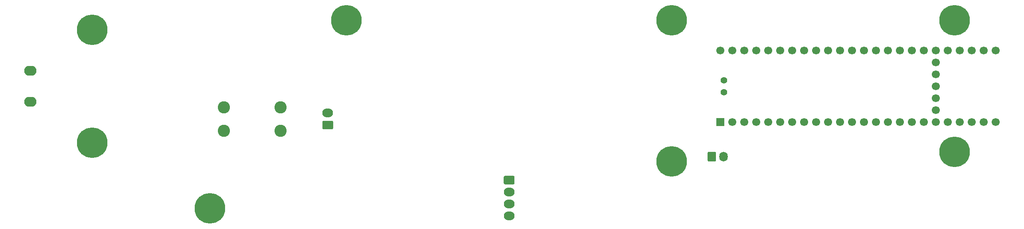
<source format=gbs>
G04 #@! TF.GenerationSoftware,KiCad,Pcbnew,(5.1.6-0-10_14)*
G04 #@! TF.CreationDate,2020-11-25T02:11:22-05:00*
G04 #@! TF.ProjectId,power board,706f7765-7220-4626-9f61-72642e6b6963,0.1.0*
G04 #@! TF.SameCoordinates,Original*
G04 #@! TF.FileFunction,Soldermask,Bot*
G04 #@! TF.FilePolarity,Negative*
%FSLAX46Y46*%
G04 Gerber Fmt 4.6, Leading zero omitted, Abs format (unit mm)*
G04 Created by KiCad (PCBNEW (5.1.6-0-10_14)) date 2020-11-25 02:11:22*
%MOMM*%
%LPD*%
G01*
G04 APERTURE LIST*
%ADD10C,1.400000*%
%ADD11C,1.700000*%
%ADD12R,1.700000X1.700000*%
%ADD13C,6.500000*%
%ADD14O,1.800000X2.100000*%
%ADD15O,2.290000X1.840000*%
%ADD16O,2.600000X2.100000*%
%ADD17C,2.600000*%
G04 APERTURE END LIST*
D10*
G04 #@! TO.C,U1*
X174020000Y-103730000D03*
X174020000Y-106270000D03*
D11*
X219010000Y-99920000D03*
X219010000Y-102460000D03*
X219010000Y-105000000D03*
X219010000Y-107540000D03*
X219010000Y-110080000D03*
X213930000Y-112620000D03*
X216470000Y-112620000D03*
X219010000Y-112620000D03*
X221550000Y-112620000D03*
X211390000Y-112620000D03*
X208850000Y-112620000D03*
X206310000Y-112620000D03*
X224090000Y-112620000D03*
X226630000Y-112620000D03*
X229170000Y-112620000D03*
X231710000Y-112620000D03*
X231710000Y-97380000D03*
X229170000Y-97380000D03*
X226630000Y-97380000D03*
X224090000Y-97380000D03*
X221550000Y-97380000D03*
X219010000Y-97380000D03*
X216470000Y-97380000D03*
X213930000Y-97380000D03*
X211390000Y-97380000D03*
X208850000Y-97380000D03*
X203770000Y-112620000D03*
X201230000Y-112620000D03*
X198690000Y-112620000D03*
X196150000Y-112620000D03*
X193610000Y-112620000D03*
X191070000Y-112620000D03*
X188530000Y-112620000D03*
X185990000Y-112620000D03*
X183450000Y-112620000D03*
X180910000Y-112620000D03*
X178370000Y-112620000D03*
X175830000Y-112620000D03*
D12*
X173290000Y-112620000D03*
D11*
X206310000Y-97380000D03*
X203770000Y-97380000D03*
X201230000Y-97380000D03*
X198690000Y-97380000D03*
X196150000Y-97380000D03*
X193610000Y-97380000D03*
X191070000Y-97380000D03*
X188530000Y-97380000D03*
X185990000Y-97380000D03*
X183450000Y-97380000D03*
X180910000Y-97380000D03*
X178370000Y-97380000D03*
X175830000Y-97380000D03*
X173290000Y-97380000D03*
G04 #@! TD*
D13*
G04 #@! TO.C,H4*
X65000000Y-131000000D03*
G04 #@! TD*
D14*
G04 #@! TO.C,J4*
X174000000Y-120000000D03*
G36*
G01*
X170600000Y-120785294D02*
X170600000Y-119214706D01*
G75*
G02*
X170864706Y-118950000I264706J0D01*
G01*
X172135294Y-118950000D01*
G75*
G02*
X172400000Y-119214706I0J-264706D01*
G01*
X172400000Y-120785294D01*
G75*
G02*
X172135294Y-121050000I-264706J0D01*
G01*
X170864706Y-121050000D01*
G75*
G02*
X170600000Y-120785294I0J264706D01*
G01*
G37*
G04 #@! TD*
D15*
G04 #@! TO.C,J1*
X128500000Y-132620000D03*
X128500000Y-130080000D03*
X128500000Y-127540000D03*
G36*
G01*
X127619367Y-124080000D02*
X129380633Y-124080000D01*
G75*
G02*
X129645000Y-124344367I0J-264367D01*
G01*
X129645000Y-125655633D01*
G75*
G02*
X129380633Y-125920000I-264367J0D01*
G01*
X127619367Y-125920000D01*
G75*
G02*
X127355000Y-125655633I0J264367D01*
G01*
X127355000Y-124344367D01*
G75*
G02*
X127619367Y-124080000I264367J0D01*
G01*
G37*
G04 #@! TD*
D13*
G04 #@! TO.C,H8*
X163000000Y-91000000D03*
G04 #@! TD*
G04 #@! TO.C,H7*
X163000000Y-121000000D03*
G04 #@! TD*
G04 #@! TO.C,H6*
X223000000Y-119000000D03*
G04 #@! TD*
G04 #@! TO.C,H5*
X223000000Y-91000000D03*
G04 #@! TD*
D16*
G04 #@! TO.C,J3*
X26950000Y-108300000D03*
X26950000Y-101700000D03*
G04 #@! TD*
G04 #@! TO.C,J2*
G36*
G01*
X90880633Y-114190000D02*
X89119367Y-114190000D01*
G75*
G02*
X88855000Y-113925633I0J264367D01*
G01*
X88855000Y-112614367D01*
G75*
G02*
X89119367Y-112350000I264367J0D01*
G01*
X90880633Y-112350000D01*
G75*
G02*
X91145000Y-112614367I0J-264367D01*
G01*
X91145000Y-113925633D01*
G75*
G02*
X90880633Y-114190000I-264367J0D01*
G01*
G37*
D15*
X90000000Y-110730000D03*
G04 #@! TD*
D13*
G04 #@! TO.C,H3*
X94000000Y-91000000D03*
G04 #@! TD*
G04 #@! TO.C,H2*
X40000000Y-117000000D03*
G04 #@! TD*
G04 #@! TO.C,H1*
X40000000Y-93000000D03*
G04 #@! TD*
D17*
G04 #@! TO.C,F1*
X80000000Y-109500000D03*
X80000000Y-114500000D03*
X68000000Y-109500000D03*
X68000000Y-114500000D03*
G04 #@! TD*
M02*

</source>
